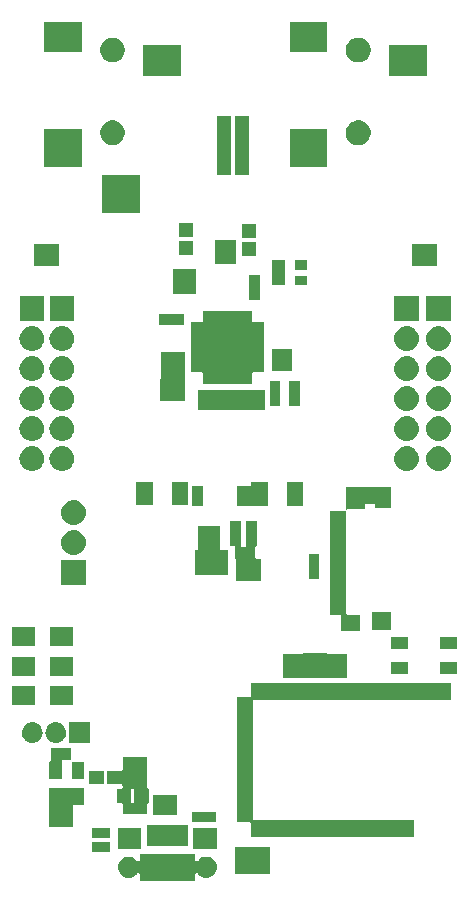
<source format=gbr>
G04 #@! TF.GenerationSoftware,KiCad,Pcbnew,(5.0.1-3-g963ef8bb5)*
G04 #@! TF.CreationDate,2019-03-18T15:27:52-04:00*
G04 #@! TF.ProjectId,Tympan_D,54796D70616E5F442E6B696361645F70,rev?*
G04 #@! TF.SameCoordinates,PX6d878d0PY72e6100*
G04 #@! TF.FileFunction,Soldermask,Top*
G04 #@! TF.FilePolarity,Negative*
%FSLAX46Y46*%
G04 Gerber Fmt 4.6, Leading zero omitted, Abs format (unit mm)*
G04 Created by KiCad (PCBNEW (5.0.1-3-g963ef8bb5)) date Monday, March 18, 2019 at 03:27:52 PM*
%MOMM*%
%LPD*%
G01*
G04 APERTURE LIST*
%ADD10C,0.100000*%
G04 APERTURE END LIST*
D10*
G36*
X15600000Y2010451D02*
X15602402Y1986065D01*
X15609515Y1962616D01*
X15621066Y1941005D01*
X15636612Y1922063D01*
X15655554Y1906517D01*
X15677165Y1894966D01*
X15700614Y1887853D01*
X15725000Y1885451D01*
X15749386Y1887853D01*
X15772835Y1894966D01*
X15794446Y1906517D01*
X15821626Y1931152D01*
X15910525Y2039475D01*
X16047567Y2151944D01*
X16203919Y2235515D01*
X16373568Y2286978D01*
X16505789Y2300000D01*
X16594211Y2300000D01*
X16726432Y2286978D01*
X16896081Y2235515D01*
X17052433Y2151944D01*
X17189475Y2039475D01*
X17301944Y1902433D01*
X17385515Y1746081D01*
X17436978Y1576432D01*
X17454354Y1400000D01*
X17436978Y1223568D01*
X17385515Y1053919D01*
X17301944Y897567D01*
X17189475Y760525D01*
X17052433Y648056D01*
X16896081Y564485D01*
X16726432Y513022D01*
X16594211Y500000D01*
X16505789Y500000D01*
X16373568Y513022D01*
X16203919Y564485D01*
X16047567Y648056D01*
X15910525Y760525D01*
X15821626Y868848D01*
X15804299Y886175D01*
X15783924Y899789D01*
X15761285Y909167D01*
X15737252Y913947D01*
X15712748Y913947D01*
X15688714Y909167D01*
X15666075Y899789D01*
X15645701Y886175D01*
X15628374Y868848D01*
X15614760Y848473D01*
X15605382Y825834D01*
X15600000Y789549D01*
X15600000Y250000D01*
X10900000Y250000D01*
X10900000Y789549D01*
X10897598Y813935D01*
X10890485Y837384D01*
X10878934Y858995D01*
X10863388Y877937D01*
X10844446Y893483D01*
X10822835Y905034D01*
X10799386Y912147D01*
X10775000Y914549D01*
X10750614Y912147D01*
X10727165Y905034D01*
X10705554Y893483D01*
X10678374Y868848D01*
X10589475Y760525D01*
X10452433Y648056D01*
X10296081Y564485D01*
X10126432Y513022D01*
X9994211Y500000D01*
X9905789Y500000D01*
X9773568Y513022D01*
X9603919Y564485D01*
X9447567Y648056D01*
X9310525Y760525D01*
X9198056Y897567D01*
X9114485Y1053919D01*
X9063022Y1223568D01*
X9045646Y1400000D01*
X9063022Y1576432D01*
X9114485Y1746081D01*
X9198056Y1902433D01*
X9310525Y2039475D01*
X9447567Y2151944D01*
X9603919Y2235515D01*
X9773568Y2286978D01*
X9905789Y2300000D01*
X9994211Y2300000D01*
X10126432Y2286978D01*
X10296081Y2235515D01*
X10452433Y2151944D01*
X10589475Y2039475D01*
X10678374Y1931152D01*
X10695701Y1913825D01*
X10716076Y1900211D01*
X10738715Y1890833D01*
X10762748Y1886053D01*
X10787252Y1886053D01*
X10811286Y1890833D01*
X10833925Y1900211D01*
X10854299Y1913825D01*
X10871626Y1931152D01*
X10885240Y1951527D01*
X10894618Y1974166D01*
X10900000Y2010451D01*
X10900000Y2550000D01*
X15600000Y2550000D01*
X15600000Y2010451D01*
X15600000Y2010451D01*
G37*
G36*
X21900000Y850000D02*
X19000000Y850000D01*
X19000000Y3150000D01*
X21900000Y3150000D01*
X21900000Y850000D01*
X21900000Y850000D01*
G37*
G36*
X8400000Y2660000D02*
X6900000Y2660000D01*
X6900000Y3560000D01*
X8400000Y3560000D01*
X8400000Y2660000D01*
X8400000Y2660000D01*
G37*
G36*
X17450000Y2950000D02*
X15450000Y2950000D01*
X15450000Y4750000D01*
X17450000Y4750000D01*
X17450000Y2950000D01*
X17450000Y2950000D01*
G37*
G36*
X11050000Y2950000D02*
X9050000Y2950000D01*
X9050000Y4750000D01*
X11050000Y4750000D01*
X11050000Y2950000D01*
X11050000Y2950000D01*
G37*
G36*
X14950000Y3200000D02*
X11550000Y3200000D01*
X11550000Y4950000D01*
X14950000Y4950000D01*
X14950000Y3200000D01*
X14950000Y3200000D01*
G37*
G36*
X8400000Y3860000D02*
X6900000Y3860000D01*
X6900000Y4760000D01*
X8400000Y4760000D01*
X8400000Y3860000D01*
X8400000Y3860000D01*
G37*
G36*
X37300000Y15600000D02*
X20625000Y15600000D01*
X20600614Y15597598D01*
X20577165Y15590485D01*
X20555554Y15578934D01*
X20536612Y15563388D01*
X20521066Y15544446D01*
X20509515Y15522835D01*
X20502402Y15499386D01*
X20500000Y15475000D01*
X20500000Y5525000D01*
X20502402Y5500614D01*
X20509515Y5477165D01*
X20521066Y5455554D01*
X20536612Y5436612D01*
X20555554Y5421066D01*
X20577165Y5409515D01*
X20600614Y5402402D01*
X20625000Y5400000D01*
X34100000Y5400000D01*
X34100000Y4000000D01*
X20300000Y4000000D01*
X20300000Y5075000D01*
X20297598Y5099386D01*
X20290485Y5122835D01*
X20278934Y5144446D01*
X20263388Y5163388D01*
X20244446Y5178934D01*
X20222835Y5190485D01*
X20199386Y5197598D01*
X20175000Y5200000D01*
X19100000Y5200000D01*
X19100000Y15800000D01*
X20175000Y15800000D01*
X20199386Y15802402D01*
X20222835Y15809515D01*
X20244446Y15821066D01*
X20263388Y15836612D01*
X20278934Y15855554D01*
X20290485Y15877165D01*
X20297598Y15900614D01*
X20300000Y15925000D01*
X20300000Y17000000D01*
X37300000Y17000000D01*
X37300000Y15600000D01*
X37300000Y15600000D01*
G37*
G36*
X6187500Y6682500D02*
X5350000Y6682500D01*
X5325614Y6680098D01*
X5302165Y6672985D01*
X5280554Y6661434D01*
X5261612Y6645888D01*
X5246066Y6626946D01*
X5234515Y6605335D01*
X5227402Y6581886D01*
X5225000Y6557500D01*
X5225000Y4825000D01*
X3250000Y4825000D01*
X3250000Y6557500D01*
X3247598Y6581886D01*
X3240485Y6605335D01*
X3237500Y6610920D01*
X3237500Y8142500D01*
X6187500Y8142500D01*
X6187500Y6682500D01*
X6187500Y6682500D01*
G37*
G36*
X17400000Y5200000D02*
X15300000Y5200000D01*
X15300000Y6100000D01*
X17400000Y6100000D01*
X17400000Y5200000D01*
X17400000Y5200000D01*
G37*
G36*
X14050000Y5850000D02*
X12050000Y5850000D01*
X12050000Y7550000D01*
X14050000Y7550000D01*
X14050000Y5850000D01*
X14050000Y5850000D01*
G37*
G36*
X11550000Y8150000D02*
X11552402Y8125614D01*
X11559515Y8102165D01*
X11571066Y8080554D01*
X11586612Y8061612D01*
X11605554Y8046066D01*
X11627165Y8034515D01*
X11650000Y8027588D01*
X11650000Y6872412D01*
X11627165Y6865485D01*
X11605554Y6853934D01*
X11586612Y6838388D01*
X11571066Y6819446D01*
X11559515Y6797835D01*
X11552402Y6774386D01*
X11550000Y6750000D01*
X11550000Y5950000D01*
X9450000Y5950000D01*
X9450000Y6750000D01*
X9447598Y6774386D01*
X9440485Y6797835D01*
X9428934Y6819446D01*
X9413388Y6838388D01*
X9394446Y6853934D01*
X9372835Y6865485D01*
X9349386Y6872598D01*
X9325000Y6875000D01*
X8950000Y6875000D01*
X8950000Y7925000D01*
X10150000Y7925000D01*
X10150000Y6975000D01*
X10152402Y6950614D01*
X10159515Y6927165D01*
X10171066Y6905554D01*
X10186612Y6886612D01*
X10205554Y6871066D01*
X10227165Y6859515D01*
X10250614Y6852402D01*
X10275000Y6850000D01*
X10325000Y6850000D01*
X10349386Y6852402D01*
X10372835Y6859515D01*
X10394446Y6871066D01*
X10413388Y6886612D01*
X10428934Y6905554D01*
X10440485Y6927165D01*
X10447598Y6950614D01*
X10450000Y6975000D01*
X10450000Y7925000D01*
X10447598Y7949386D01*
X10440485Y7972835D01*
X10428934Y7994446D01*
X10413388Y8013388D01*
X10394446Y8028934D01*
X10372835Y8040485D01*
X10349386Y8047598D01*
X10325000Y8050000D01*
X10275000Y8050000D01*
X10250614Y8047598D01*
X10227165Y8040485D01*
X10205554Y8028934D01*
X10186612Y8013388D01*
X10171066Y7994446D01*
X10159515Y7972835D01*
X10152402Y7949386D01*
X10150000Y7925000D01*
X8950000Y7925000D01*
X8950000Y8025000D01*
X9325000Y8025000D01*
X9349386Y8027402D01*
X9372835Y8034515D01*
X9394446Y8046066D01*
X9413388Y8061612D01*
X9428934Y8080554D01*
X9440485Y8102165D01*
X9447598Y8125614D01*
X9450000Y8150000D01*
X9450000Y8300000D01*
X9447598Y8324386D01*
X9440485Y8347835D01*
X9428934Y8369446D01*
X9413388Y8388388D01*
X9394446Y8403934D01*
X9372835Y8415485D01*
X9349386Y8422598D01*
X9325000Y8425000D01*
X8150000Y8425000D01*
X8150000Y9575000D01*
X9325000Y9575000D01*
X9349386Y9577402D01*
X9372835Y9584515D01*
X9394446Y9596066D01*
X9413388Y9611612D01*
X9428934Y9630554D01*
X9440485Y9652165D01*
X9447598Y9675614D01*
X9450000Y9700000D01*
X9450000Y10750000D01*
X11550000Y10750000D01*
X11550000Y8150000D01*
X11550000Y8150000D01*
G37*
G36*
X7850000Y8425000D02*
X6650000Y8425000D01*
X6650000Y9575000D01*
X7850000Y9575000D01*
X7850000Y8425000D01*
X7850000Y8425000D01*
G37*
G36*
X5150614Y10344902D02*
X5175000Y10342500D01*
X6187500Y10342500D01*
X6187500Y8882500D01*
X5137500Y8882500D01*
X5137500Y10348880D01*
X5150614Y10344902D01*
X5150614Y10344902D01*
G37*
G36*
X5050000Y10468620D02*
X5036886Y10472598D01*
X5012500Y10475000D01*
X4412500Y10475000D01*
X4388114Y10472598D01*
X4364665Y10465485D01*
X4343054Y10453934D01*
X4324112Y10438388D01*
X4308566Y10419446D01*
X4297015Y10397835D01*
X4289902Y10374386D01*
X4287500Y10350000D01*
X4287500Y8882500D01*
X3237500Y8882500D01*
X3237500Y10343731D01*
X3249386Y10344902D01*
X3272835Y10352015D01*
X3294446Y10363566D01*
X3313388Y10379112D01*
X3328934Y10398054D01*
X3340485Y10419665D01*
X3347598Y10443114D01*
X3350000Y10467500D01*
X3350000Y11475000D01*
X5050000Y11475000D01*
X5050000Y10468620D01*
X5050000Y10468620D01*
G37*
G36*
X3885829Y13670780D02*
X3971530Y13662339D01*
X4081489Y13628983D01*
X4136469Y13612305D01*
X4187137Y13585222D01*
X4288476Y13531056D01*
X4421712Y13421712D01*
X4531056Y13288476D01*
X4578347Y13200000D01*
X4612305Y13136469D01*
X4612305Y13136468D01*
X4662339Y12971530D01*
X4662339Y12971528D01*
X4675602Y12836868D01*
X4680383Y12812834D01*
X4685482Y12800524D01*
X4684515Y12798715D01*
X4675602Y12763132D01*
X4662339Y12628470D01*
X4628983Y12518511D01*
X4612305Y12463531D01*
X4585222Y12412863D01*
X4531056Y12311524D01*
X4421712Y12178288D01*
X4288476Y12068944D01*
X4187137Y12014778D01*
X4136469Y11987695D01*
X4081489Y11971017D01*
X3971530Y11937661D01*
X3885829Y11929220D01*
X3842980Y11925000D01*
X3757020Y11925000D01*
X3714171Y11929220D01*
X3628470Y11937661D01*
X3518511Y11971017D01*
X3463531Y11987695D01*
X3412863Y12014778D01*
X3311524Y12068944D01*
X3178288Y12178288D01*
X3068944Y12311524D01*
X3014778Y12412863D01*
X2987695Y12463531D01*
X2971017Y12518511D01*
X2937661Y12628470D01*
X2924398Y12763132D01*
X2919617Y12787166D01*
X2914301Y12800000D01*
X2919618Y12812835D01*
X2924398Y12836868D01*
X2937661Y12971528D01*
X2937661Y12971530D01*
X2987695Y13136468D01*
X2987695Y13136469D01*
X3021653Y13200000D01*
X3068944Y13288476D01*
X3178288Y13421712D01*
X3311524Y13531056D01*
X3412863Y13585222D01*
X3463531Y13612305D01*
X3518511Y13628983D01*
X3628470Y13662339D01*
X3714171Y13670780D01*
X3757020Y13675000D01*
X3842980Y13675000D01*
X3885829Y13670780D01*
X3885829Y13670780D01*
G37*
G36*
X1885829Y13670780D02*
X1971530Y13662339D01*
X2081489Y13628983D01*
X2136469Y13612305D01*
X2187137Y13585222D01*
X2288476Y13531056D01*
X2421712Y13421712D01*
X2531056Y13288476D01*
X2578347Y13200000D01*
X2612305Y13136469D01*
X2612305Y13136468D01*
X2662339Y12971530D01*
X2662339Y12971528D01*
X2675602Y12836868D01*
X2680383Y12812834D01*
X2685699Y12800000D01*
X2680382Y12787165D01*
X2675602Y12763132D01*
X2662339Y12628470D01*
X2628983Y12518511D01*
X2612305Y12463531D01*
X2585222Y12412863D01*
X2531056Y12311524D01*
X2421712Y12178288D01*
X2288476Y12068944D01*
X2187137Y12014778D01*
X2136469Y11987695D01*
X2081489Y11971017D01*
X1971530Y11937661D01*
X1885829Y11929220D01*
X1842980Y11925000D01*
X1757020Y11925000D01*
X1714171Y11929220D01*
X1628470Y11937661D01*
X1518511Y11971017D01*
X1463531Y11987695D01*
X1412863Y12014778D01*
X1311524Y12068944D01*
X1178288Y12178288D01*
X1068944Y12311524D01*
X1014778Y12412863D01*
X987695Y12463531D01*
X971017Y12518511D01*
X937661Y12628470D01*
X920767Y12800000D01*
X937661Y12971530D01*
X987695Y13136468D01*
X987695Y13136469D01*
X1021653Y13200000D01*
X1068944Y13288476D01*
X1178288Y13421712D01*
X1311524Y13531056D01*
X1412863Y13585222D01*
X1463531Y13612305D01*
X1518511Y13628983D01*
X1628470Y13662339D01*
X1714171Y13670780D01*
X1757020Y13675000D01*
X1842980Y13675000D01*
X1885829Y13670780D01*
X1885829Y13670780D01*
G37*
G36*
X6675000Y11925000D02*
X4925000Y11925000D01*
X4925000Y12750880D01*
X4922598Y12775266D01*
X4915485Y12798715D01*
X4914518Y12800524D01*
X4919618Y12812835D01*
X4925000Y12849120D01*
X4925000Y13675000D01*
X6675000Y13675000D01*
X6675000Y11925000D01*
X6675000Y11925000D01*
G37*
G36*
X2070000Y15110000D02*
X70000Y15110000D01*
X70000Y16710000D01*
X2070000Y16710000D01*
X2070000Y15110000D01*
X2070000Y15110000D01*
G37*
G36*
X5270000Y15110000D02*
X3270000Y15110000D01*
X3270000Y16710000D01*
X5270000Y16710000D01*
X5270000Y15110000D01*
X5270000Y15110000D01*
G37*
G36*
X25705554Y19546066D02*
X25727165Y19534515D01*
X25750614Y19527402D01*
X25775000Y19525000D01*
X26777588Y19525000D01*
X26784515Y19502165D01*
X26796066Y19480554D01*
X26811612Y19461612D01*
X26830554Y19446066D01*
X26852165Y19434515D01*
X26875614Y19427402D01*
X26900000Y19425000D01*
X28475000Y19425000D01*
X28475000Y17425000D01*
X25824239Y17425000D01*
X25819446Y17428934D01*
X25797835Y17440485D01*
X25774386Y17447598D01*
X25750000Y17450000D01*
X23050000Y17450000D01*
X23050000Y19475000D01*
X24625000Y19475000D01*
X24649386Y19477402D01*
X24672835Y19484515D01*
X24694446Y19496066D01*
X24713388Y19511612D01*
X24728934Y19530554D01*
X24739328Y19550000D01*
X25700761Y19550000D01*
X25705554Y19546066D01*
X25705554Y19546066D01*
G37*
G36*
X5270000Y17610000D02*
X3270000Y17610000D01*
X3270000Y19210000D01*
X5270000Y19210000D01*
X5270000Y17610000D01*
X5270000Y17610000D01*
G37*
G36*
X2070000Y17610000D02*
X70000Y17610000D01*
X70000Y19210000D01*
X2070000Y19210000D01*
X2070000Y17610000D01*
X2070000Y17610000D01*
G37*
G36*
X37775000Y17725000D02*
X36325000Y17725000D01*
X36325000Y18775000D01*
X37775000Y18775000D01*
X37775000Y17725000D01*
X37775000Y17725000D01*
G37*
G36*
X33625000Y17725000D02*
X32175000Y17725000D01*
X32175000Y18775000D01*
X33625000Y18775000D01*
X33625000Y17725000D01*
X33625000Y17725000D01*
G37*
G36*
X37775000Y19875000D02*
X36325000Y19875000D01*
X36325000Y20925000D01*
X37775000Y20925000D01*
X37775000Y19875000D01*
X37775000Y19875000D01*
G37*
G36*
X33625000Y19875000D02*
X32175000Y19875000D01*
X32175000Y20925000D01*
X33625000Y20925000D01*
X33625000Y19875000D01*
X33625000Y19875000D01*
G37*
G36*
X2070000Y20110000D02*
X70000Y20110000D01*
X70000Y21710000D01*
X2070000Y21710000D01*
X2070000Y20110000D01*
X2070000Y20110000D01*
G37*
G36*
X5270000Y20110000D02*
X3270000Y20110000D01*
X3270000Y21710000D01*
X5270000Y21710000D01*
X5270000Y20110000D01*
X5270000Y20110000D01*
G37*
G36*
X32150000Y31800000D02*
X30850000Y31800000D01*
X30850000Y32075000D01*
X30847598Y32099386D01*
X30840485Y32122835D01*
X30828934Y32144446D01*
X30813388Y32163388D01*
X30794446Y32178934D01*
X30772835Y32190485D01*
X30749386Y32197598D01*
X30725000Y32200000D01*
X30125000Y32200000D01*
X30100614Y32197598D01*
X30077165Y32190485D01*
X30055554Y32178934D01*
X30036612Y32163388D01*
X30021066Y32144446D01*
X30009515Y32122835D01*
X30002402Y32099386D01*
X30000000Y32075000D01*
X30000000Y31750000D01*
X28535000Y31750000D01*
X28510614Y31747598D01*
X28487165Y31740485D01*
X28465554Y31728934D01*
X28446612Y31713388D01*
X28431066Y31694446D01*
X28419515Y31672835D01*
X28412402Y31649386D01*
X28410000Y31625000D01*
X28410000Y22900000D01*
X28412402Y22875614D01*
X28419515Y22852165D01*
X28431066Y22830554D01*
X28446612Y22811612D01*
X28465554Y22796066D01*
X28487165Y22784515D01*
X28510614Y22777402D01*
X28535000Y22775000D01*
X29560000Y22775000D01*
X29560000Y21375000D01*
X27960000Y21375000D01*
X27960000Y22675000D01*
X27957598Y22699386D01*
X27950485Y22722835D01*
X27938934Y22744446D01*
X27923388Y22763388D01*
X27904446Y22778934D01*
X27882835Y22790485D01*
X27859386Y22797598D01*
X27835000Y22800000D01*
X27010000Y22800000D01*
X27010000Y31600000D01*
X28275000Y31600000D01*
X28299386Y31602402D01*
X28322835Y31609515D01*
X28344446Y31621066D01*
X28363388Y31636612D01*
X28378934Y31655554D01*
X28390485Y31677165D01*
X28397598Y31700614D01*
X28400000Y31725000D01*
X28400000Y33600000D01*
X32150000Y33600000D01*
X32150000Y31800000D01*
X32150000Y31800000D01*
G37*
G36*
X32150000Y21500000D02*
X30550000Y21500000D01*
X30550000Y23050000D01*
X32150000Y23050000D01*
X32150000Y21500000D01*
X32150000Y21500000D01*
G37*
G36*
X6350000Y25300000D02*
X4250000Y25300000D01*
X4250000Y27400000D01*
X6350000Y27400000D01*
X6350000Y25300000D01*
X6350000Y25300000D01*
G37*
G36*
X19450000Y28625000D02*
X19452402Y28600614D01*
X19459515Y28577165D01*
X19471066Y28555554D01*
X19486612Y28536612D01*
X19505554Y28521066D01*
X19527165Y28509515D01*
X19550614Y28502402D01*
X19575000Y28500000D01*
X19775000Y28500000D01*
X19799386Y28502402D01*
X19822835Y28509515D01*
X19844446Y28521066D01*
X19863388Y28536612D01*
X19878934Y28555554D01*
X19890485Y28577165D01*
X19897598Y28600614D01*
X19900000Y28625000D01*
X19900000Y30700000D01*
X20800000Y30700000D01*
X20800000Y28597412D01*
X20777165Y28590485D01*
X20755554Y28578934D01*
X20736612Y28563388D01*
X20721066Y28544446D01*
X20709515Y28522835D01*
X20702402Y28499386D01*
X20700000Y28475000D01*
X20700000Y27625000D01*
X20702402Y27600614D01*
X20709515Y27577165D01*
X20721066Y27555554D01*
X20736612Y27536612D01*
X20755554Y27521066D01*
X20777165Y27509515D01*
X20800614Y27502402D01*
X20825000Y27500000D01*
X21150000Y27500000D01*
X21150000Y25650000D01*
X19050000Y25650000D01*
X19050000Y27375000D01*
X19047598Y27399386D01*
X19040485Y27422835D01*
X19028934Y27444446D01*
X19013388Y27463388D01*
X19000000Y27474376D01*
X19000000Y28475000D01*
X18997598Y28499386D01*
X18990485Y28522835D01*
X18978934Y28544446D01*
X18963388Y28563388D01*
X18944446Y28578934D01*
X18922835Y28590485D01*
X18899386Y28597598D01*
X18875000Y28600000D01*
X18550000Y28600000D01*
X18550000Y30700000D01*
X19450000Y30700000D01*
X19450000Y28625000D01*
X19450000Y28625000D01*
G37*
G36*
X26100000Y25800000D02*
X25200000Y25800000D01*
X25200000Y27900000D01*
X26100000Y27900000D01*
X26100000Y25800000D01*
X26100000Y25800000D01*
G37*
G36*
X17725000Y28375000D02*
X17727402Y28350614D01*
X17734515Y28327165D01*
X17746066Y28305554D01*
X17761612Y28286612D01*
X17780554Y28271066D01*
X17802165Y28259515D01*
X17825614Y28252402D01*
X17850000Y28250000D01*
X18350000Y28250000D01*
X18350000Y26150000D01*
X15600000Y26150000D01*
X15600000Y28250000D01*
X15700000Y28250000D01*
X15724386Y28252402D01*
X15747835Y28259515D01*
X15769446Y28271066D01*
X15788388Y28286612D01*
X15803934Y28305554D01*
X15815485Y28327165D01*
X15822598Y28350614D01*
X15825000Y28375000D01*
X15825000Y30325000D01*
X17725000Y30325000D01*
X17725000Y28375000D01*
X17725000Y28375000D01*
G37*
G36*
X5428707Y29932403D02*
X5505836Y29924807D01*
X5637787Y29884780D01*
X5703763Y29864767D01*
X5886172Y29767267D01*
X6046054Y29636054D01*
X6177267Y29476172D01*
X6274767Y29293763D01*
X6274767Y29293762D01*
X6334807Y29095836D01*
X6355080Y28890000D01*
X6334807Y28684164D01*
X6308491Y28597412D01*
X6274767Y28486237D01*
X6177267Y28303828D01*
X6046054Y28143946D01*
X5886172Y28012733D01*
X5703763Y27915233D01*
X5637787Y27895220D01*
X5505836Y27855193D01*
X5428707Y27847597D01*
X5351580Y27840000D01*
X5248420Y27840000D01*
X5171293Y27847597D01*
X5094164Y27855193D01*
X4962213Y27895220D01*
X4896237Y27915233D01*
X4713828Y28012733D01*
X4553946Y28143946D01*
X4422733Y28303828D01*
X4325233Y28486237D01*
X4291509Y28597412D01*
X4265193Y28684164D01*
X4244920Y28890000D01*
X4265193Y29095836D01*
X4325233Y29293762D01*
X4325233Y29293763D01*
X4422733Y29476172D01*
X4553946Y29636054D01*
X4713828Y29767267D01*
X4896237Y29864767D01*
X4962213Y29884780D01*
X5094164Y29924807D01*
X5171293Y29932403D01*
X5248420Y29940000D01*
X5351580Y29940000D01*
X5428707Y29932403D01*
X5428707Y29932403D01*
G37*
G36*
X5428707Y32472404D02*
X5505836Y32464807D01*
X5637787Y32424780D01*
X5703763Y32404767D01*
X5886172Y32307267D01*
X6046054Y32176054D01*
X6177267Y32016172D01*
X6274767Y31833763D01*
X6274767Y31833762D01*
X6334807Y31635836D01*
X6355080Y31430000D01*
X6334807Y31224164D01*
X6294780Y31092213D01*
X6274767Y31026237D01*
X6177267Y30843828D01*
X6046054Y30683946D01*
X5886172Y30552733D01*
X5703763Y30455233D01*
X5637787Y30435220D01*
X5505836Y30395193D01*
X5428707Y30387596D01*
X5351580Y30380000D01*
X5248420Y30380000D01*
X5171293Y30387596D01*
X5094164Y30395193D01*
X4962213Y30435220D01*
X4896237Y30455233D01*
X4713828Y30552733D01*
X4553946Y30683946D01*
X4422733Y30843828D01*
X4325233Y31026237D01*
X4305220Y31092213D01*
X4265193Y31224164D01*
X4244920Y31430000D01*
X4265193Y31635836D01*
X4325233Y31833762D01*
X4325233Y31833763D01*
X4422733Y32016172D01*
X4553946Y32176054D01*
X4713828Y32307267D01*
X4896237Y32404767D01*
X4962213Y32424780D01*
X5094164Y32464807D01*
X5171293Y32472404D01*
X5248420Y32480000D01*
X5351580Y32480000D01*
X5428707Y32472404D01*
X5428707Y32472404D01*
G37*
G36*
X16300000Y31950000D02*
X15300000Y31950000D01*
X15300000Y33650000D01*
X16300000Y33650000D01*
X16300000Y31950000D01*
X16300000Y31950000D01*
G37*
G36*
X21750000Y32000000D02*
X20225000Y32000000D01*
X20200614Y31997598D01*
X20177165Y31990485D01*
X20155554Y31978934D01*
X20136612Y31963388D01*
X20125624Y31950000D01*
X19100000Y31950000D01*
X19100000Y33650000D01*
X20225000Y33650000D01*
X20249386Y33652402D01*
X20272835Y33659515D01*
X20294446Y33671066D01*
X20313388Y33686612D01*
X20328934Y33705554D01*
X20340485Y33727165D01*
X20347598Y33750614D01*
X20350000Y33775000D01*
X20350000Y34000000D01*
X21750000Y34000000D01*
X21750000Y32000000D01*
X21750000Y32000000D01*
G37*
G36*
X24750000Y32000000D02*
X23350000Y32000000D01*
X23350000Y34000000D01*
X24750000Y34000000D01*
X24750000Y32000000D01*
X24750000Y32000000D01*
G37*
G36*
X15000000Y32050000D02*
X13600000Y32050000D01*
X13600000Y34050000D01*
X15000000Y34050000D01*
X15000000Y32050000D01*
X15000000Y32050000D01*
G37*
G36*
X12000000Y32050000D02*
X10600000Y32050000D01*
X10600000Y34050000D01*
X12000000Y34050000D01*
X12000000Y32050000D01*
X12000000Y32050000D01*
G37*
G36*
X36328707Y37042404D02*
X36405836Y37034807D01*
X36537787Y36994780D01*
X36603763Y36974767D01*
X36786172Y36877267D01*
X36946054Y36746054D01*
X37077267Y36586172D01*
X37174767Y36403763D01*
X37174767Y36403762D01*
X37234807Y36205836D01*
X37255080Y36000000D01*
X37234807Y35794164D01*
X37194780Y35662213D01*
X37174767Y35596237D01*
X37077267Y35413828D01*
X36946054Y35253946D01*
X36786172Y35122733D01*
X36603763Y35025233D01*
X36537787Y35005220D01*
X36405836Y34965193D01*
X36328707Y34957597D01*
X36251580Y34950000D01*
X36148420Y34950000D01*
X36071293Y34957597D01*
X35994164Y34965193D01*
X35862213Y35005220D01*
X35796237Y35025233D01*
X35613828Y35122733D01*
X35453946Y35253946D01*
X35322733Y35413828D01*
X35225233Y35596237D01*
X35205220Y35662213D01*
X35165193Y35794164D01*
X35144920Y36000000D01*
X35165193Y36205836D01*
X35225233Y36403762D01*
X35225233Y36403763D01*
X35322733Y36586172D01*
X35453946Y36746054D01*
X35613828Y36877267D01*
X35796237Y36974767D01*
X35862213Y36994780D01*
X35994164Y37034807D01*
X36071293Y37042404D01*
X36148420Y37050000D01*
X36251580Y37050000D01*
X36328707Y37042404D01*
X36328707Y37042404D01*
G37*
G36*
X4446707Y37042404D02*
X4523836Y37034807D01*
X4655787Y36994780D01*
X4721763Y36974767D01*
X4904172Y36877267D01*
X5064054Y36746054D01*
X5195267Y36586172D01*
X5292767Y36403763D01*
X5292767Y36403762D01*
X5352807Y36205836D01*
X5373080Y36000000D01*
X5352807Y35794164D01*
X5312780Y35662213D01*
X5292767Y35596237D01*
X5195267Y35413828D01*
X5064054Y35253946D01*
X4904172Y35122733D01*
X4721763Y35025233D01*
X4655787Y35005220D01*
X4523836Y34965193D01*
X4446707Y34957597D01*
X4369580Y34950000D01*
X4266420Y34950000D01*
X4189293Y34957597D01*
X4112164Y34965193D01*
X3980213Y35005220D01*
X3914237Y35025233D01*
X3731828Y35122733D01*
X3571946Y35253946D01*
X3440733Y35413828D01*
X3343233Y35596237D01*
X3323220Y35662213D01*
X3283193Y35794164D01*
X3262920Y36000000D01*
X3283193Y36205836D01*
X3343233Y36403762D01*
X3343233Y36403763D01*
X3440733Y36586172D01*
X3571946Y36746054D01*
X3731828Y36877267D01*
X3914237Y36974767D01*
X3980213Y36994780D01*
X4112164Y37034807D01*
X4189293Y37042404D01*
X4266420Y37050000D01*
X4369580Y37050000D01*
X4446707Y37042404D01*
X4446707Y37042404D01*
G37*
G36*
X1906707Y37042404D02*
X1983836Y37034807D01*
X2115787Y36994780D01*
X2181763Y36974767D01*
X2364172Y36877267D01*
X2524054Y36746054D01*
X2655267Y36586172D01*
X2752767Y36403763D01*
X2752767Y36403762D01*
X2812807Y36205836D01*
X2833080Y36000000D01*
X2812807Y35794164D01*
X2772780Y35662213D01*
X2752767Y35596237D01*
X2655267Y35413828D01*
X2524054Y35253946D01*
X2364172Y35122733D01*
X2181763Y35025233D01*
X2115787Y35005220D01*
X1983836Y34965193D01*
X1906707Y34957597D01*
X1829580Y34950000D01*
X1726420Y34950000D01*
X1649293Y34957597D01*
X1572164Y34965193D01*
X1440213Y35005220D01*
X1374237Y35025233D01*
X1191828Y35122733D01*
X1031946Y35253946D01*
X900733Y35413828D01*
X803233Y35596237D01*
X783220Y35662213D01*
X743193Y35794164D01*
X722920Y36000000D01*
X743193Y36205836D01*
X803233Y36403762D01*
X803233Y36403763D01*
X900733Y36586172D01*
X1031946Y36746054D01*
X1191828Y36877267D01*
X1374237Y36974767D01*
X1440213Y36994780D01*
X1572164Y37034807D01*
X1649293Y37042404D01*
X1726420Y37050000D01*
X1829580Y37050000D01*
X1906707Y37042404D01*
X1906707Y37042404D01*
G37*
G36*
X33622651Y37050000D02*
X33705836Y37041807D01*
X33837787Y37001780D01*
X33903763Y36981767D01*
X34086172Y36884267D01*
X34246054Y36753054D01*
X34377267Y36593172D01*
X34474767Y36410763D01*
X34494780Y36344787D01*
X34534807Y36212836D01*
X34555080Y36007000D01*
X34534807Y35801164D01*
X34494780Y35669213D01*
X34474767Y35603237D01*
X34377267Y35420828D01*
X34246054Y35260946D01*
X34086172Y35129733D01*
X33903763Y35032233D01*
X33837787Y35012220D01*
X33705836Y34972193D01*
X33634763Y34965193D01*
X33551580Y34957000D01*
X33448420Y34957000D01*
X33365237Y34965193D01*
X33294164Y34972193D01*
X33162213Y35012220D01*
X33096237Y35032233D01*
X32913828Y35129733D01*
X32753946Y35260946D01*
X32622733Y35420828D01*
X32525233Y35603237D01*
X32505220Y35669213D01*
X32465193Y35801164D01*
X32444920Y36007000D01*
X32465193Y36212836D01*
X32505220Y36344787D01*
X32525233Y36410763D01*
X32622733Y36593172D01*
X32753946Y36753054D01*
X32913828Y36884267D01*
X33096237Y36981767D01*
X33162213Y37001780D01*
X33294164Y37041807D01*
X33377349Y37050000D01*
X33448420Y37057000D01*
X33551580Y37057000D01*
X33622651Y37050000D01*
X33622651Y37050000D01*
G37*
G36*
X36328707Y39582403D02*
X36405836Y39574807D01*
X36537787Y39534780D01*
X36603763Y39514767D01*
X36786172Y39417267D01*
X36946054Y39286054D01*
X37077267Y39126172D01*
X37174767Y38943763D01*
X37174767Y38943762D01*
X37234807Y38745836D01*
X37255080Y38540000D01*
X37234807Y38334164D01*
X37194780Y38202213D01*
X37174767Y38136237D01*
X37077267Y37953828D01*
X36946054Y37793946D01*
X36786172Y37662733D01*
X36603763Y37565233D01*
X36537787Y37545220D01*
X36405836Y37505193D01*
X36328707Y37497597D01*
X36251580Y37490000D01*
X36148420Y37490000D01*
X36071293Y37497597D01*
X35994164Y37505193D01*
X35862213Y37545220D01*
X35796237Y37565233D01*
X35613828Y37662733D01*
X35453946Y37793946D01*
X35322733Y37953828D01*
X35225233Y38136237D01*
X35205220Y38202213D01*
X35165193Y38334164D01*
X35144920Y38540000D01*
X35165193Y38745836D01*
X35225233Y38943762D01*
X35225233Y38943763D01*
X35322733Y39126172D01*
X35453946Y39286054D01*
X35613828Y39417267D01*
X35796237Y39514767D01*
X35862213Y39534780D01*
X35994164Y39574807D01*
X36071293Y39582403D01*
X36148420Y39590000D01*
X36251580Y39590000D01*
X36328707Y39582403D01*
X36328707Y39582403D01*
G37*
G36*
X4446707Y39582403D02*
X4523836Y39574807D01*
X4655787Y39534780D01*
X4721763Y39514767D01*
X4904172Y39417267D01*
X5064054Y39286054D01*
X5195267Y39126172D01*
X5292767Y38943763D01*
X5292767Y38943762D01*
X5352807Y38745836D01*
X5373080Y38540000D01*
X5352807Y38334164D01*
X5312780Y38202213D01*
X5292767Y38136237D01*
X5195267Y37953828D01*
X5064054Y37793946D01*
X4904172Y37662733D01*
X4721763Y37565233D01*
X4655787Y37545220D01*
X4523836Y37505193D01*
X4446707Y37497597D01*
X4369580Y37490000D01*
X4266420Y37490000D01*
X4189293Y37497597D01*
X4112164Y37505193D01*
X3980213Y37545220D01*
X3914237Y37565233D01*
X3731828Y37662733D01*
X3571946Y37793946D01*
X3440733Y37953828D01*
X3343233Y38136237D01*
X3323220Y38202213D01*
X3283193Y38334164D01*
X3262920Y38540000D01*
X3283193Y38745836D01*
X3343233Y38943762D01*
X3343233Y38943763D01*
X3440733Y39126172D01*
X3571946Y39286054D01*
X3731828Y39417267D01*
X3914237Y39514767D01*
X3980213Y39534780D01*
X4112164Y39574807D01*
X4189293Y39582403D01*
X4266420Y39590000D01*
X4369580Y39590000D01*
X4446707Y39582403D01*
X4446707Y39582403D01*
G37*
G36*
X1906707Y39582403D02*
X1983836Y39574807D01*
X2115787Y39534780D01*
X2181763Y39514767D01*
X2364172Y39417267D01*
X2524054Y39286054D01*
X2655267Y39126172D01*
X2752767Y38943763D01*
X2752767Y38943762D01*
X2812807Y38745836D01*
X2833080Y38540000D01*
X2812807Y38334164D01*
X2772780Y38202213D01*
X2752767Y38136237D01*
X2655267Y37953828D01*
X2524054Y37793946D01*
X2364172Y37662733D01*
X2181763Y37565233D01*
X2115787Y37545220D01*
X1983836Y37505193D01*
X1906707Y37497597D01*
X1829580Y37490000D01*
X1726420Y37490000D01*
X1649293Y37497597D01*
X1572164Y37505193D01*
X1440213Y37545220D01*
X1374237Y37565233D01*
X1191828Y37662733D01*
X1031946Y37793946D01*
X900733Y37953828D01*
X803233Y38136237D01*
X783220Y38202213D01*
X743193Y38334164D01*
X722920Y38540000D01*
X743193Y38745836D01*
X803233Y38943762D01*
X803233Y38943763D01*
X900733Y39126172D01*
X1031946Y39286054D01*
X1191828Y39417267D01*
X1374237Y39514767D01*
X1440213Y39534780D01*
X1572164Y39574807D01*
X1649293Y39582403D01*
X1726420Y39590000D01*
X1829580Y39590000D01*
X1906707Y39582403D01*
X1906707Y39582403D01*
G37*
G36*
X33622651Y39590000D02*
X33705836Y39581807D01*
X33837787Y39541780D01*
X33903763Y39521767D01*
X34086172Y39424267D01*
X34246054Y39293054D01*
X34377267Y39133172D01*
X34474767Y38950763D01*
X34494780Y38884787D01*
X34534807Y38752836D01*
X34555080Y38547000D01*
X34534807Y38341164D01*
X34494780Y38209213D01*
X34474767Y38143237D01*
X34377267Y37960828D01*
X34246054Y37800946D01*
X34086172Y37669733D01*
X33903763Y37572233D01*
X33837787Y37552220D01*
X33705836Y37512193D01*
X33634763Y37505193D01*
X33551580Y37497000D01*
X33448420Y37497000D01*
X33365237Y37505193D01*
X33294164Y37512193D01*
X33162213Y37552220D01*
X33096237Y37572233D01*
X32913828Y37669733D01*
X32753946Y37800946D01*
X32622733Y37960828D01*
X32525233Y38143237D01*
X32505220Y38209213D01*
X32465193Y38341164D01*
X32444920Y38547000D01*
X32465193Y38752836D01*
X32505220Y38884787D01*
X32525233Y38950763D01*
X32622733Y39133172D01*
X32753946Y39293054D01*
X32913828Y39424267D01*
X33096237Y39521767D01*
X33162213Y39541780D01*
X33294164Y39581807D01*
X33377349Y39590000D01*
X33448420Y39597000D01*
X33551580Y39597000D01*
X33622651Y39590000D01*
X33622651Y39590000D01*
G37*
G36*
X36328707Y42122403D02*
X36405836Y42114807D01*
X36537787Y42074780D01*
X36603763Y42054767D01*
X36786172Y41957267D01*
X36946054Y41826054D01*
X37077267Y41666172D01*
X37174767Y41483763D01*
X37174767Y41483762D01*
X37234807Y41285836D01*
X37255080Y41080000D01*
X37234807Y40874164D01*
X37194780Y40742213D01*
X37174767Y40676237D01*
X37077267Y40493828D01*
X36946054Y40333946D01*
X36786172Y40202733D01*
X36603763Y40105233D01*
X36537787Y40085220D01*
X36405836Y40045193D01*
X36328707Y40037596D01*
X36251580Y40030000D01*
X36148420Y40030000D01*
X36071293Y40037596D01*
X35994164Y40045193D01*
X35862213Y40085220D01*
X35796237Y40105233D01*
X35613828Y40202733D01*
X35453946Y40333946D01*
X35322733Y40493828D01*
X35225233Y40676237D01*
X35205220Y40742213D01*
X35165193Y40874164D01*
X35144920Y41080000D01*
X35165193Y41285836D01*
X35225233Y41483762D01*
X35225233Y41483763D01*
X35322733Y41666172D01*
X35453946Y41826054D01*
X35613828Y41957267D01*
X35796237Y42054767D01*
X35862213Y42074780D01*
X35994164Y42114807D01*
X36071293Y42122403D01*
X36148420Y42130000D01*
X36251580Y42130000D01*
X36328707Y42122403D01*
X36328707Y42122403D01*
G37*
G36*
X4446707Y42122403D02*
X4523836Y42114807D01*
X4655787Y42074780D01*
X4721763Y42054767D01*
X4904172Y41957267D01*
X5064054Y41826054D01*
X5195267Y41666172D01*
X5292767Y41483763D01*
X5292767Y41483762D01*
X5352807Y41285836D01*
X5373080Y41080000D01*
X5352807Y40874164D01*
X5312780Y40742213D01*
X5292767Y40676237D01*
X5195267Y40493828D01*
X5064054Y40333946D01*
X4904172Y40202733D01*
X4721763Y40105233D01*
X4655787Y40085220D01*
X4523836Y40045193D01*
X4446707Y40037596D01*
X4369580Y40030000D01*
X4266420Y40030000D01*
X4189293Y40037596D01*
X4112164Y40045193D01*
X3980213Y40085220D01*
X3914237Y40105233D01*
X3731828Y40202733D01*
X3571946Y40333946D01*
X3440733Y40493828D01*
X3343233Y40676237D01*
X3323220Y40742213D01*
X3283193Y40874164D01*
X3262920Y41080000D01*
X3283193Y41285836D01*
X3343233Y41483762D01*
X3343233Y41483763D01*
X3440733Y41666172D01*
X3571946Y41826054D01*
X3731828Y41957267D01*
X3914237Y42054767D01*
X3980213Y42074780D01*
X4112164Y42114807D01*
X4189293Y42122403D01*
X4266420Y42130000D01*
X4369580Y42130000D01*
X4446707Y42122403D01*
X4446707Y42122403D01*
G37*
G36*
X1906707Y42122403D02*
X1983836Y42114807D01*
X2115787Y42074780D01*
X2181763Y42054767D01*
X2364172Y41957267D01*
X2524054Y41826054D01*
X2655267Y41666172D01*
X2752767Y41483763D01*
X2752767Y41483762D01*
X2812807Y41285836D01*
X2833080Y41080000D01*
X2812807Y40874164D01*
X2772780Y40742213D01*
X2752767Y40676237D01*
X2655267Y40493828D01*
X2524054Y40333946D01*
X2364172Y40202733D01*
X2181763Y40105233D01*
X2115787Y40085220D01*
X1983836Y40045193D01*
X1906707Y40037596D01*
X1829580Y40030000D01*
X1726420Y40030000D01*
X1649293Y40037596D01*
X1572164Y40045193D01*
X1440213Y40085220D01*
X1374237Y40105233D01*
X1191828Y40202733D01*
X1031946Y40333946D01*
X900733Y40493828D01*
X803233Y40676237D01*
X783220Y40742213D01*
X743193Y40874164D01*
X722920Y41080000D01*
X743193Y41285836D01*
X803233Y41483762D01*
X803233Y41483763D01*
X900733Y41666172D01*
X1031946Y41826054D01*
X1191828Y41957267D01*
X1374237Y42054767D01*
X1440213Y42074780D01*
X1572164Y42114807D01*
X1649293Y42122403D01*
X1726420Y42130000D01*
X1829580Y42130000D01*
X1906707Y42122403D01*
X1906707Y42122403D01*
G37*
G36*
X33622651Y42130000D02*
X33705836Y42121807D01*
X33837787Y42081780D01*
X33903763Y42061767D01*
X34086172Y41964267D01*
X34246054Y41833054D01*
X34377267Y41673172D01*
X34474767Y41490763D01*
X34487132Y41450000D01*
X34534807Y41292836D01*
X34555080Y41087000D01*
X34534807Y40881164D01*
X34494780Y40749213D01*
X34474767Y40683237D01*
X34377267Y40500828D01*
X34246054Y40340946D01*
X34086172Y40209733D01*
X33903763Y40112233D01*
X33863435Y40100000D01*
X33705836Y40052193D01*
X33634763Y40045193D01*
X33551580Y40037000D01*
X33448420Y40037000D01*
X33365237Y40045193D01*
X33294164Y40052193D01*
X33136565Y40100000D01*
X33096237Y40112233D01*
X32913828Y40209733D01*
X32753946Y40340946D01*
X32622733Y40500828D01*
X32525233Y40683237D01*
X32505220Y40749213D01*
X32465193Y40881164D01*
X32444920Y41087000D01*
X32465193Y41292836D01*
X32512868Y41450000D01*
X32525233Y41490763D01*
X32622733Y41673172D01*
X32753946Y41833054D01*
X32913828Y41964267D01*
X33096237Y42061767D01*
X33162213Y42081780D01*
X33294164Y42121807D01*
X33377349Y42130000D01*
X33448420Y42137000D01*
X33551580Y42137000D01*
X33622651Y42130000D01*
X33622651Y42130000D01*
G37*
G36*
X21550000Y40100000D02*
X15800000Y40100000D01*
X15800000Y41800000D01*
X21550000Y41800000D01*
X21550000Y40100000D01*
X21550000Y40100000D01*
G37*
G36*
X22800600Y40440700D02*
X21900600Y40440700D01*
X21900600Y42540700D01*
X22800600Y42540700D01*
X22800600Y40440700D01*
X22800600Y40440700D01*
G37*
G36*
X24450000Y40450000D02*
X23550000Y40450000D01*
X23550000Y42550000D01*
X24450000Y42550000D01*
X24450000Y40450000D01*
X24450000Y40450000D01*
G37*
G36*
X14717900Y42883800D02*
X14720302Y42859414D01*
X14727415Y42835965D01*
X14738966Y42814354D01*
X14746400Y42805296D01*
X14746400Y40880900D01*
X12646400Y40880900D01*
X12646400Y42781223D01*
X12663688Y42795412D01*
X12679234Y42814354D01*
X12690785Y42835965D01*
X12697898Y42859414D01*
X12700300Y42883800D01*
X12700300Y45060600D01*
X14717900Y45060600D01*
X14717900Y42883800D01*
X14717900Y42883800D01*
G37*
G36*
X20444600Y47658000D02*
X20447002Y47633614D01*
X20454115Y47610165D01*
X20465666Y47588554D01*
X20481212Y47569612D01*
X20500154Y47554066D01*
X20521765Y47542515D01*
X20545214Y47535402D01*
X20569600Y47533000D01*
X21419600Y47533000D01*
X21419600Y43333000D01*
X20569600Y43333000D01*
X20545214Y43330598D01*
X20521765Y43323485D01*
X20500154Y43311934D01*
X20481212Y43296388D01*
X20465666Y43277446D01*
X20454115Y43255835D01*
X20447002Y43232386D01*
X20444600Y43208000D01*
X20444600Y42358000D01*
X16244600Y42358000D01*
X16244600Y43208000D01*
X16242198Y43232386D01*
X16235085Y43255835D01*
X16223534Y43277446D01*
X16207988Y43296388D01*
X16189046Y43311934D01*
X16167435Y43323485D01*
X16143986Y43330598D01*
X16119600Y43333000D01*
X15269600Y43333000D01*
X15269600Y47533000D01*
X16119600Y47533000D01*
X16143986Y47535402D01*
X16167435Y47542515D01*
X16189046Y47554066D01*
X16207988Y47569612D01*
X16223534Y47588554D01*
X16235085Y47610165D01*
X16242198Y47633614D01*
X16244600Y47658000D01*
X16244600Y48508000D01*
X20444600Y48508000D01*
X20444600Y47658000D01*
X20444600Y47658000D01*
G37*
G36*
X1906707Y44662403D02*
X1983836Y44654807D01*
X2115787Y44614780D01*
X2181763Y44594767D01*
X2364172Y44497267D01*
X2524054Y44366054D01*
X2655267Y44206172D01*
X2752767Y44023763D01*
X2752767Y44023762D01*
X2812807Y43825836D01*
X2833080Y43620000D01*
X2812807Y43414164D01*
X2785300Y43323485D01*
X2752767Y43216237D01*
X2655267Y43033828D01*
X2524054Y42873946D01*
X2364172Y42742733D01*
X2181763Y42645233D01*
X2115787Y42625220D01*
X1983836Y42585193D01*
X1906707Y42577597D01*
X1829580Y42570000D01*
X1726420Y42570000D01*
X1649293Y42577597D01*
X1572164Y42585193D01*
X1440213Y42625220D01*
X1374237Y42645233D01*
X1191828Y42742733D01*
X1031946Y42873946D01*
X900733Y43033828D01*
X803233Y43216237D01*
X770700Y43323485D01*
X743193Y43414164D01*
X722920Y43620000D01*
X743193Y43825836D01*
X803233Y44023762D01*
X803233Y44023763D01*
X900733Y44206172D01*
X1031946Y44366054D01*
X1191828Y44497267D01*
X1374237Y44594767D01*
X1440213Y44614780D01*
X1572164Y44654807D01*
X1649293Y44662403D01*
X1726420Y44670000D01*
X1829580Y44670000D01*
X1906707Y44662403D01*
X1906707Y44662403D01*
G37*
G36*
X36328707Y44662403D02*
X36405836Y44654807D01*
X36537787Y44614780D01*
X36603763Y44594767D01*
X36786172Y44497267D01*
X36946054Y44366054D01*
X37077267Y44206172D01*
X37174767Y44023763D01*
X37174767Y44023762D01*
X37234807Y43825836D01*
X37255080Y43620000D01*
X37234807Y43414164D01*
X37207300Y43323485D01*
X37174767Y43216237D01*
X37077267Y43033828D01*
X36946054Y42873946D01*
X36786172Y42742733D01*
X36603763Y42645233D01*
X36537787Y42625220D01*
X36405836Y42585193D01*
X36328707Y42577597D01*
X36251580Y42570000D01*
X36148420Y42570000D01*
X36071293Y42577597D01*
X35994164Y42585193D01*
X35862213Y42625220D01*
X35796237Y42645233D01*
X35613828Y42742733D01*
X35453946Y42873946D01*
X35322733Y43033828D01*
X35225233Y43216237D01*
X35192700Y43323485D01*
X35165193Y43414164D01*
X35144920Y43620000D01*
X35165193Y43825836D01*
X35225233Y44023762D01*
X35225233Y44023763D01*
X35322733Y44206172D01*
X35453946Y44366054D01*
X35613828Y44497267D01*
X35796237Y44594767D01*
X35862213Y44614780D01*
X35994164Y44654807D01*
X36071293Y44662403D01*
X36148420Y44670000D01*
X36251580Y44670000D01*
X36328707Y44662403D01*
X36328707Y44662403D01*
G37*
G36*
X4446707Y44662403D02*
X4523836Y44654807D01*
X4655787Y44614780D01*
X4721763Y44594767D01*
X4904172Y44497267D01*
X5064054Y44366054D01*
X5195267Y44206172D01*
X5292767Y44023763D01*
X5292767Y44023762D01*
X5352807Y43825836D01*
X5373080Y43620000D01*
X5352807Y43414164D01*
X5325300Y43323485D01*
X5292767Y43216237D01*
X5195267Y43033828D01*
X5064054Y42873946D01*
X4904172Y42742733D01*
X4721763Y42645233D01*
X4655787Y42625220D01*
X4523836Y42585193D01*
X4446707Y42577597D01*
X4369580Y42570000D01*
X4266420Y42570000D01*
X4189293Y42577597D01*
X4112164Y42585193D01*
X3980213Y42625220D01*
X3914237Y42645233D01*
X3731828Y42742733D01*
X3571946Y42873946D01*
X3440733Y43033828D01*
X3343233Y43216237D01*
X3310700Y43323485D01*
X3283193Y43414164D01*
X3262920Y43620000D01*
X3283193Y43825836D01*
X3343233Y44023762D01*
X3343233Y44023763D01*
X3440733Y44206172D01*
X3571946Y44366054D01*
X3731828Y44497267D01*
X3914237Y44594767D01*
X3980213Y44614780D01*
X4112164Y44654807D01*
X4189293Y44662403D01*
X4266420Y44670000D01*
X4369580Y44670000D01*
X4446707Y44662403D01*
X4446707Y44662403D01*
G37*
G36*
X33622651Y44670000D02*
X33705836Y44661807D01*
X33837787Y44621780D01*
X33903763Y44601767D01*
X34086172Y44504267D01*
X34246054Y44373054D01*
X34377267Y44213172D01*
X34474767Y44030763D01*
X34494780Y43964787D01*
X34534807Y43832836D01*
X34555080Y43627000D01*
X34534807Y43421164D01*
X34496957Y43296388D01*
X34474767Y43223237D01*
X34377267Y43040828D01*
X34246054Y42880946D01*
X34086172Y42749733D01*
X33903763Y42652233D01*
X33837787Y42632220D01*
X33705836Y42592193D01*
X33634763Y42585193D01*
X33551580Y42577000D01*
X33448420Y42577000D01*
X33365237Y42585193D01*
X33294164Y42592193D01*
X33162213Y42632220D01*
X33096237Y42652233D01*
X32913828Y42749733D01*
X32753946Y42880946D01*
X32622733Y43040828D01*
X32525233Y43223237D01*
X32503043Y43296388D01*
X32465193Y43421164D01*
X32444920Y43627000D01*
X32465193Y43832836D01*
X32505220Y43964787D01*
X32525233Y44030763D01*
X32622733Y44213172D01*
X32753946Y44373054D01*
X32913828Y44504267D01*
X33096237Y44601767D01*
X33162213Y44621780D01*
X33294164Y44661807D01*
X33377349Y44670000D01*
X33448420Y44677000D01*
X33551580Y44677000D01*
X33622651Y44670000D01*
X33622651Y44670000D01*
G37*
G36*
X23779300Y43447100D02*
X22079300Y43447100D01*
X22079300Y45310700D01*
X23779300Y45310700D01*
X23779300Y43447100D01*
X23779300Y43447100D01*
G37*
G36*
X1906707Y47202403D02*
X1983836Y47194807D01*
X2115787Y47154780D01*
X2181763Y47134767D01*
X2364172Y47037267D01*
X2524054Y46906054D01*
X2655267Y46746172D01*
X2752767Y46563763D01*
X2752767Y46563762D01*
X2812807Y46365836D01*
X2833080Y46160000D01*
X2812807Y45954164D01*
X2772780Y45822213D01*
X2752767Y45756237D01*
X2655267Y45573828D01*
X2524054Y45413946D01*
X2364172Y45282733D01*
X2181763Y45185233D01*
X2115787Y45165220D01*
X1983836Y45125193D01*
X1906707Y45117596D01*
X1829580Y45110000D01*
X1726420Y45110000D01*
X1649293Y45117596D01*
X1572164Y45125193D01*
X1440213Y45165220D01*
X1374237Y45185233D01*
X1191828Y45282733D01*
X1031946Y45413946D01*
X900733Y45573828D01*
X803233Y45756237D01*
X783220Y45822213D01*
X743193Y45954164D01*
X722920Y46160000D01*
X743193Y46365836D01*
X803233Y46563762D01*
X803233Y46563763D01*
X900733Y46746172D01*
X1031946Y46906054D01*
X1191828Y47037267D01*
X1374237Y47134767D01*
X1440213Y47154780D01*
X1572164Y47194807D01*
X1649293Y47202403D01*
X1726420Y47210000D01*
X1829580Y47210000D01*
X1906707Y47202403D01*
X1906707Y47202403D01*
G37*
G36*
X36328707Y47202403D02*
X36405836Y47194807D01*
X36537787Y47154780D01*
X36603763Y47134767D01*
X36786172Y47037267D01*
X36946054Y46906054D01*
X37077267Y46746172D01*
X37174767Y46563763D01*
X37174767Y46563762D01*
X37234807Y46365836D01*
X37255080Y46160000D01*
X37234807Y45954164D01*
X37194780Y45822213D01*
X37174767Y45756237D01*
X37077267Y45573828D01*
X36946054Y45413946D01*
X36786172Y45282733D01*
X36603763Y45185233D01*
X36537787Y45165220D01*
X36405836Y45125193D01*
X36328707Y45117596D01*
X36251580Y45110000D01*
X36148420Y45110000D01*
X36071293Y45117596D01*
X35994164Y45125193D01*
X35862213Y45165220D01*
X35796237Y45185233D01*
X35613828Y45282733D01*
X35453946Y45413946D01*
X35322733Y45573828D01*
X35225233Y45756237D01*
X35205220Y45822213D01*
X35165193Y45954164D01*
X35144920Y46160000D01*
X35165193Y46365836D01*
X35225233Y46563762D01*
X35225233Y46563763D01*
X35322733Y46746172D01*
X35453946Y46906054D01*
X35613828Y47037267D01*
X35796237Y47134767D01*
X35862213Y47154780D01*
X35994164Y47194807D01*
X36071293Y47202403D01*
X36148420Y47210000D01*
X36251580Y47210000D01*
X36328707Y47202403D01*
X36328707Y47202403D01*
G37*
G36*
X4446707Y47202403D02*
X4523836Y47194807D01*
X4655787Y47154780D01*
X4721763Y47134767D01*
X4904172Y47037267D01*
X5064054Y46906054D01*
X5195267Y46746172D01*
X5292767Y46563763D01*
X5292767Y46563762D01*
X5352807Y46365836D01*
X5373080Y46160000D01*
X5352807Y45954164D01*
X5312780Y45822213D01*
X5292767Y45756237D01*
X5195267Y45573828D01*
X5064054Y45413946D01*
X4904172Y45282733D01*
X4721763Y45185233D01*
X4655787Y45165220D01*
X4523836Y45125193D01*
X4446707Y45117596D01*
X4369580Y45110000D01*
X4266420Y45110000D01*
X4189293Y45117596D01*
X4112164Y45125193D01*
X3980213Y45165220D01*
X3914237Y45185233D01*
X3731828Y45282733D01*
X3571946Y45413946D01*
X3440733Y45573828D01*
X3343233Y45756237D01*
X3323220Y45822213D01*
X3283193Y45954164D01*
X3262920Y46160000D01*
X3283193Y46365836D01*
X3343233Y46563762D01*
X3343233Y46563763D01*
X3440733Y46746172D01*
X3571946Y46906054D01*
X3731828Y47037267D01*
X3914237Y47134767D01*
X3980213Y47154780D01*
X4112164Y47194807D01*
X4189293Y47202403D01*
X4266420Y47210000D01*
X4369580Y47210000D01*
X4446707Y47202403D01*
X4446707Y47202403D01*
G37*
G36*
X33622651Y47210000D02*
X33705836Y47201807D01*
X33837787Y47161780D01*
X33903763Y47141767D01*
X34086172Y47044267D01*
X34246054Y46913054D01*
X34377267Y46753172D01*
X34474767Y46570763D01*
X34486222Y46533000D01*
X34534807Y46372836D01*
X34555080Y46167000D01*
X34534807Y45961164D01*
X34494780Y45829213D01*
X34474767Y45763237D01*
X34377267Y45580828D01*
X34246054Y45420946D01*
X34086172Y45289733D01*
X33903763Y45192233D01*
X33837787Y45172220D01*
X33705836Y45132193D01*
X33634763Y45125193D01*
X33551580Y45117000D01*
X33448420Y45117000D01*
X33365237Y45125193D01*
X33294164Y45132193D01*
X33162213Y45172220D01*
X33096237Y45192233D01*
X32913828Y45289733D01*
X32753946Y45420946D01*
X32622733Y45580828D01*
X32525233Y45763237D01*
X32505220Y45829213D01*
X32465193Y45961164D01*
X32444920Y46167000D01*
X32465193Y46372836D01*
X32513778Y46533000D01*
X32525233Y46570763D01*
X32622733Y46753172D01*
X32753946Y46913054D01*
X32913828Y47044267D01*
X33096237Y47141767D01*
X33162213Y47161780D01*
X33294164Y47201807D01*
X33377349Y47210000D01*
X33448420Y47217000D01*
X33551580Y47217000D01*
X33622651Y47210000D01*
X33622651Y47210000D01*
G37*
G36*
X14650000Y47350000D02*
X12550000Y47350000D01*
X12550000Y48250000D01*
X14650000Y48250000D01*
X14650000Y47350000D01*
X14650000Y47350000D01*
G37*
G36*
X5368000Y47650000D02*
X3268000Y47650000D01*
X3268000Y49750000D01*
X5368000Y49750000D01*
X5368000Y47650000D01*
X5368000Y47650000D01*
G37*
G36*
X37250000Y47650000D02*
X35150000Y47650000D01*
X35150000Y49750000D01*
X37250000Y49750000D01*
X37250000Y47650000D01*
X37250000Y47650000D01*
G37*
G36*
X2828000Y47650000D02*
X728000Y47650000D01*
X728000Y49750000D01*
X2828000Y49750000D01*
X2828000Y47650000D01*
X2828000Y47650000D01*
G37*
G36*
X34550000Y47657000D02*
X32450000Y47657000D01*
X32450000Y49757000D01*
X34550000Y49757000D01*
X34550000Y47657000D01*
X34550000Y47657000D01*
G37*
G36*
X21050000Y49450000D02*
X20150000Y49450000D01*
X20150000Y51550000D01*
X21050000Y51550000D01*
X21050000Y49450000D01*
X21050000Y49450000D01*
G37*
G36*
X15645000Y49932900D02*
X13690900Y49932900D01*
X13690900Y52032900D01*
X15645000Y52032900D01*
X15645000Y49932900D01*
X15645000Y49932900D01*
G37*
G36*
X25075000Y50700000D02*
X24025000Y50700000D01*
X24025000Y51500000D01*
X25075000Y51500000D01*
X25075000Y50700000D01*
X25075000Y50700000D01*
G37*
G36*
X23175000Y50700000D02*
X22125000Y50700000D01*
X22125000Y52800000D01*
X23175000Y52800000D01*
X23175000Y50700000D01*
X23175000Y50700000D01*
G37*
G36*
X25075000Y52000000D02*
X24025000Y52000000D01*
X24025000Y52800000D01*
X25075000Y52800000D01*
X25075000Y52000000D01*
X25075000Y52000000D01*
G37*
G36*
X36050000Y52300000D02*
X33950000Y52300000D01*
X33950000Y54200000D01*
X36050000Y54200000D01*
X36050000Y52300000D01*
X36050000Y52300000D01*
G37*
G36*
X4050000Y52300000D02*
X1950000Y52300000D01*
X1950000Y54200000D01*
X4050000Y54200000D01*
X4050000Y52300000D01*
X4050000Y52300000D01*
G37*
G36*
X19050000Y52450000D02*
X17250000Y52450000D01*
X17250000Y54550000D01*
X19050000Y54550000D01*
X19050000Y52450000D01*
X19050000Y52450000D01*
G37*
G36*
X20750000Y53150000D02*
X19600000Y53150000D01*
X19600000Y54350000D01*
X20750000Y54350000D01*
X20750000Y53150000D01*
X20750000Y53150000D01*
G37*
G36*
X15375000Y53225000D02*
X14225000Y53225000D01*
X14225000Y54425000D01*
X15375000Y54425000D01*
X15375000Y53225000D01*
X15375000Y53225000D01*
G37*
G36*
X20750000Y54650000D02*
X19600000Y54650000D01*
X19600000Y55850000D01*
X20750000Y55850000D01*
X20750000Y54650000D01*
X20750000Y54650000D01*
G37*
G36*
X15375000Y54725000D02*
X14225000Y54725000D01*
X14225000Y55925000D01*
X15375000Y55925000D01*
X15375000Y54725000D01*
X15375000Y54725000D01*
G37*
G36*
X10950000Y56800000D02*
X7750000Y56800000D01*
X7750000Y60000000D01*
X10950000Y60000000D01*
X10950000Y56800000D01*
X10950000Y56800000D01*
G37*
G36*
X18650000Y59975000D02*
X17450000Y59975000D01*
X17450000Y65025000D01*
X18650000Y65025000D01*
X18650000Y59975000D01*
X18650000Y59975000D01*
G37*
G36*
X20150000Y59975000D02*
X18950000Y59975000D01*
X18950000Y65025000D01*
X20150000Y65025000D01*
X20150000Y59975000D01*
X20150000Y59975000D01*
G37*
G36*
X6000000Y60700000D02*
X2800000Y60700000D01*
X2800000Y63900000D01*
X6000000Y63900000D01*
X6000000Y60700000D01*
X6000000Y60700000D01*
G37*
G36*
X26800000Y60700000D02*
X23600000Y60700000D01*
X23600000Y63900000D01*
X26800000Y63900000D01*
X26800000Y60700000D01*
X26800000Y60700000D01*
G37*
G36*
X29525888Y64645530D02*
X29706274Y64609650D01*
X29897362Y64530498D01*
X30069336Y64415589D01*
X30215589Y64269336D01*
X30330498Y64097362D01*
X30409650Y63906274D01*
X30450000Y63703416D01*
X30450000Y63496584D01*
X30409650Y63293726D01*
X30330498Y63102638D01*
X30215589Y62930664D01*
X30069336Y62784411D01*
X29897362Y62669502D01*
X29706274Y62590350D01*
X29525888Y62554470D01*
X29503417Y62550000D01*
X29296583Y62550000D01*
X29274112Y62554470D01*
X29093726Y62590350D01*
X28902638Y62669502D01*
X28730664Y62784411D01*
X28584411Y62930664D01*
X28469502Y63102638D01*
X28390350Y63293726D01*
X28350000Y63496584D01*
X28350000Y63703416D01*
X28390350Y63906274D01*
X28469502Y64097362D01*
X28584411Y64269336D01*
X28730664Y64415589D01*
X28902638Y64530498D01*
X29093726Y64609650D01*
X29274112Y64645530D01*
X29296583Y64650000D01*
X29503417Y64650000D01*
X29525888Y64645530D01*
X29525888Y64645530D01*
G37*
G36*
X8725888Y64645530D02*
X8906274Y64609650D01*
X9097362Y64530498D01*
X9269336Y64415589D01*
X9415589Y64269336D01*
X9530498Y64097362D01*
X9609650Y63906274D01*
X9650000Y63703416D01*
X9650000Y63496584D01*
X9609650Y63293726D01*
X9530498Y63102638D01*
X9415589Y62930664D01*
X9269336Y62784411D01*
X9097362Y62669502D01*
X8906274Y62590350D01*
X8725888Y62554470D01*
X8703417Y62550000D01*
X8496583Y62550000D01*
X8474112Y62554470D01*
X8293726Y62590350D01*
X8102638Y62669502D01*
X7930664Y62784411D01*
X7784411Y62930664D01*
X7669502Y63102638D01*
X7590350Y63293726D01*
X7550000Y63496584D01*
X7550000Y63703416D01*
X7590350Y63906274D01*
X7669502Y64097362D01*
X7784411Y64269336D01*
X7930664Y64415589D01*
X8102638Y64530498D01*
X8293726Y64609650D01*
X8474112Y64645530D01*
X8496583Y64650000D01*
X8703417Y64650000D01*
X8725888Y64645530D01*
X8725888Y64645530D01*
G37*
G36*
X35200000Y68400000D02*
X32000000Y68400000D01*
X32000000Y71000000D01*
X35200000Y71000000D01*
X35200000Y68400000D01*
X35200000Y68400000D01*
G37*
G36*
X14400000Y68400000D02*
X11200000Y68400000D01*
X11200000Y71000000D01*
X14400000Y71000000D01*
X14400000Y68400000D01*
X14400000Y68400000D01*
G37*
G36*
X29525888Y71645530D02*
X29706274Y71609650D01*
X29897362Y71530498D01*
X30069336Y71415589D01*
X30215589Y71269336D01*
X30330498Y71097362D01*
X30409650Y70906274D01*
X30450000Y70703416D01*
X30450000Y70496584D01*
X30409650Y70293726D01*
X30330498Y70102638D01*
X30215589Y69930664D01*
X30069336Y69784411D01*
X29897362Y69669502D01*
X29706274Y69590350D01*
X29525888Y69554470D01*
X29503417Y69550000D01*
X29296583Y69550000D01*
X29274112Y69554470D01*
X29093726Y69590350D01*
X28902638Y69669502D01*
X28730664Y69784411D01*
X28584411Y69930664D01*
X28469502Y70102638D01*
X28390350Y70293726D01*
X28350000Y70496584D01*
X28350000Y70703416D01*
X28390350Y70906274D01*
X28469502Y71097362D01*
X28584411Y71269336D01*
X28730664Y71415589D01*
X28902638Y71530498D01*
X29093726Y71609650D01*
X29274112Y71645530D01*
X29296583Y71650000D01*
X29503417Y71650000D01*
X29525888Y71645530D01*
X29525888Y71645530D01*
G37*
G36*
X8725888Y71645530D02*
X8906274Y71609650D01*
X9097362Y71530498D01*
X9269336Y71415589D01*
X9415589Y71269336D01*
X9530498Y71097362D01*
X9609650Y70906274D01*
X9650000Y70703416D01*
X9650000Y70496584D01*
X9609650Y70293726D01*
X9530498Y70102638D01*
X9415589Y69930664D01*
X9269336Y69784411D01*
X9097362Y69669502D01*
X8906274Y69590350D01*
X8725888Y69554470D01*
X8703417Y69550000D01*
X8496583Y69550000D01*
X8474112Y69554470D01*
X8293726Y69590350D01*
X8102638Y69669502D01*
X7930664Y69784411D01*
X7784411Y69930664D01*
X7669502Y70102638D01*
X7590350Y70293726D01*
X7550000Y70496584D01*
X7550000Y70703416D01*
X7590350Y70906274D01*
X7669502Y71097362D01*
X7784411Y71269336D01*
X7930664Y71415589D01*
X8102638Y71530498D01*
X8293726Y71609650D01*
X8474112Y71645530D01*
X8496583Y71650000D01*
X8703417Y71650000D01*
X8725888Y71645530D01*
X8725888Y71645530D01*
G37*
G36*
X26800000Y70400000D02*
X23600000Y70400000D01*
X23600000Y73000000D01*
X26800000Y73000000D01*
X26800000Y70400000D01*
X26800000Y70400000D01*
G37*
G36*
X6000000Y70400000D02*
X2800000Y70400000D01*
X2800000Y73000000D01*
X6000000Y73000000D01*
X6000000Y70400000D01*
X6000000Y70400000D01*
G37*
M02*

</source>
